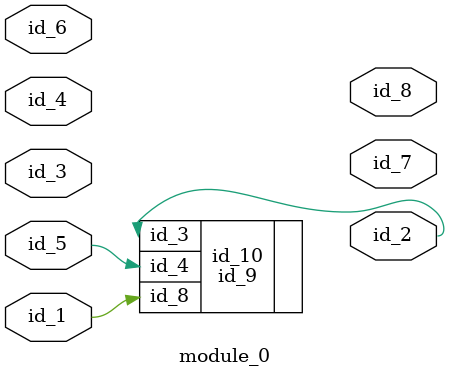
<source format=v>
module module_0 (
    id_1,
    id_2,
    id_3,
    id_4,
    id_5,
    id_6,
    id_7,
    id_8
);
  output id_8;
  output id_7;
  input id_6;
  input id_5;
  input id_4;
  input id_3;
  output id_2;
  input id_1;
  id_9 id_10 (
      .id_3(id_8),
      .id_4(id_5),
      .id_4(id_2),
      .id_4(id_5),
      .id_3(id_2),
      .id_8(id_1)
  );
endmodule

</source>
